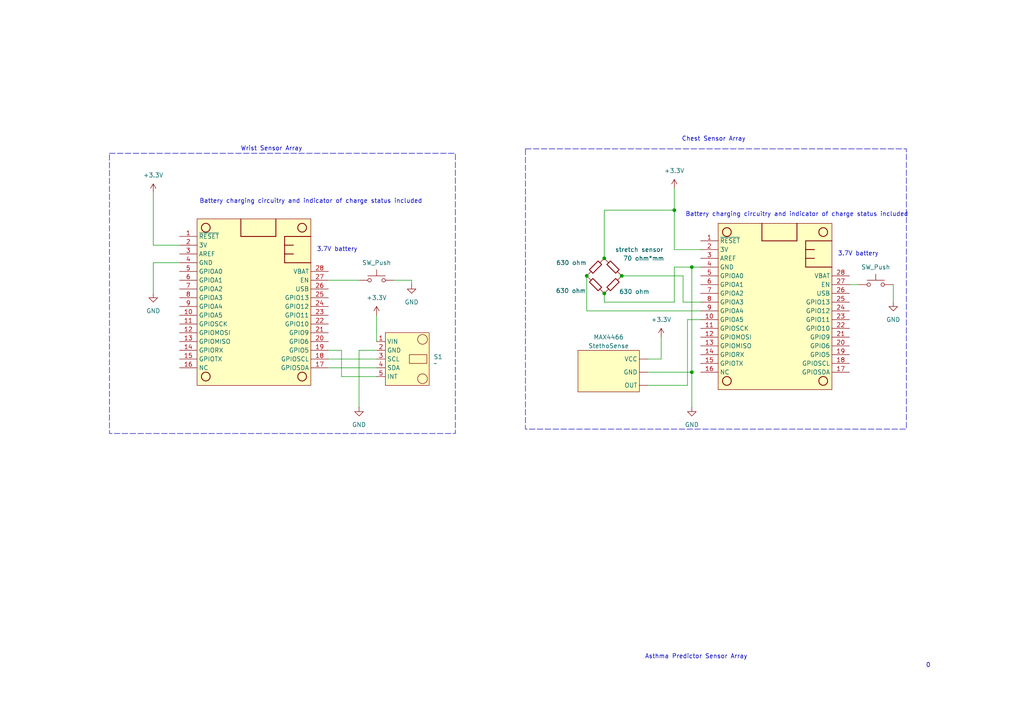
<source format=kicad_sch>
(kicad_sch (version 20250114) (generator "eeschema") (generator_version "9.0")
  (paper "A4")
  (lib_symbols
    (symbol "AudioAmplifier_Custom:MAX4466_devboard"
      (property "Reference" "MAX4466" (at 0 10.16 0))
      (property "Value" "~" (at 0 7.62 0))
      (symbol "MAX4466_devboard_1_1"
        (rectangle (start -8.89 6.35) (end 8.89 -5.715) (fill (type background)))
        (pin power_in line (at 11.43 3.81 180) (length 2.54) (name "VCC") (number ""))
        (pin passive line (at 11.43 0 180) (length 2.54) (name "GND") (number ""))
        (pin output line (at 11.43 -3.81 180) (length 2.54) (name "OUT") (number ""))
      )
    )
    (symbol "Device:R_45deg" (pin_numbers (hide yes)) (pin_names (offset 0))
      (property "Reference" "R" (at 5.08 2.54 0))
      (property "Value" "R_45deg" (at 8.255 0.635 0))
      (symbol "R_45deg_0_1"
        (polyline (pts (xy -2.54 2.54) (xy -1.27 1.27)))
        (polyline (pts (xy 1.27 -1.27) (xy 2.54 -2.54)))
      )
      (symbol "R_45deg_1_1"
        (polyline (pts (xy -1.778 0.762) (xy 0.762 -1.778) (xy 1.778 -0.762) (xy -0.762 1.778) (xy -1.778 0.762)) (stroke (width 0.254)))
        (pin passive line (at -2.54 2.54 0) (length 0) (name "~") (number "1"))
        (pin passive line (at 2.54 -2.54 180) (length 0) (name "~") (number "2"))
      )
    )
    (symbol "MCU_Module_Custom:Adafruit_Feather_nRF52840_Sense"
      (symbol "Adafruit_Feather_nRF52840_Sense_1_0"
        (circle (center -13.97 21.59) (radius 1.27) (stroke (width 0.254)))
        (circle (center -13.97 -21.59) (radius 1.27) (stroke (width 0.254)))
        (polyline (pts (xy -3.81 19.05) (xy -3.81 24.13)) (stroke (width 0.254)))
        (polyline (pts (xy 6.35 24.13) (xy 6.35 19.05)) (stroke (width 0.254)))
        (polyline (pts (xy 6.35 19.05) (xy -3.81 19.05)) (stroke (width 0.254)))
        (polyline (pts (xy 8.89 19.05) (xy 8.89 16.51)) (stroke (width 0.254)))
        (polyline (pts (xy 8.89 16.51) (xy 8.89 13.97)) (stroke (width 0.254)))
        (polyline (pts (xy 8.89 13.97) (xy 8.89 11.43)) (stroke (width 0.254)))
        (polyline (pts (xy 8.89 11.43) (xy 16.51 11.43)) (stroke (width 0.254)))
        (polyline (pts (xy 11.43 16.51) (xy 8.89 16.51)) (stroke (width 0.254)))
        (polyline (pts (xy 11.43 13.97) (xy 8.89 13.97)) (stroke (width 0.254)))
        (circle (center 13.97 21.59) (radius 1.27) (stroke (width 0.254)))
        (circle (center 13.97 -21.59) (radius 1.27) (stroke (width 0.254)))
        (polyline (pts (xy 16.51 19.05) (xy 8.89 19.05)) (stroke (width 0.254)))
        (pin input line (at -21.59 19.05 0) (length 5.08) (name "~{RESET}") (number "1"))
        (pin power_in line (at -21.59 16.51 0) (length 5.08) (name "3V") (number "2"))
        (pin passive line (at -21.59 13.97 0) (length 5.08) (name "AREF") (number "3"))
        (pin power_in line (at -21.59 11.43 0) (length 5.08) (name "GND") (number "4"))
        (pin bidirectional line (at -21.59 8.89 0) (length 5.08) (name "GPIOA0") (number "5"))
        (pin bidirectional line (at -21.59 6.35 0) (length 5.08) (name "GPIOA1") (number "6"))
        (pin bidirectional line (at -21.59 3.81 0) (length 5.08) (name "GPIOA2") (number "7"))
        (pin bidirectional line (at -21.59 1.27 0) (length 5.08) (name "GPIOA3") (number "8"))
        (pin bidirectional line (at -21.59 -1.27 0) (length 5.08) (name "GPIOA4") (number "9"))
        (pin bidirectional line (at -21.59 -3.81 0) (length 5.08) (name "GPIOA5") (number "10"))
        (pin bidirectional line (at -21.59 -6.35 0) (length 5.08) (name "GPIOSCK") (number "11"))
        (pin bidirectional line (at -21.59 -8.89 0) (length 5.08) (name "GPIOMOSI") (number "12"))
        (pin bidirectional line (at -21.59 -11.43 0) (length 5.08) (name "GPIOMISO") (number "13"))
        (pin bidirectional line (at -21.59 -13.97 0) (length 5.08) (name "GPIORX") (number "14"))
        (pin bidirectional line (at -21.59 -16.51 0) (length 5.08) (name "GPIOTX") (number "15"))
        (pin passive line (at -21.59 -19.05 0) (length 5.08) (name "NC") (number "16"))
        (pin power_in line (at 21.59 8.89 180) (length 5.08) (name "VBAT") (number "28"))
        (pin passive line (at 21.59 6.35 180) (length 5.08) (name "EN") (number "27"))
        (pin power_in line (at 21.59 3.81 180) (length 5.08) (name "USB") (number "26"))
        (pin bidirectional line (at 21.59 1.27 180) (length 5.08) (name "GPIO13") (number "25"))
        (pin bidirectional line (at 21.59 -1.27 180) (length 5.08) (name "GPIO12") (number "24"))
        (pin bidirectional line (at 21.59 -3.81 180) (length 5.08) (name "GPIO11") (number "23"))
        (pin bidirectional line (at 21.59 -6.35 180) (length 5.08) (name "GPIO10") (number "22"))
        (pin bidirectional line (at 21.59 -8.89 180) (length 5.08) (name "GPIO9") (number "21"))
        (pin bidirectional line (at 21.59 -11.43 180) (length 5.08) (name "GPIO6") (number "20"))
        (pin bidirectional line (at 21.59 -13.97 180) (length 5.08) (name "GPIO5") (number "19"))
        (pin bidirectional line (at 21.59 -16.51 180) (length 5.08) (name "GPIOSCL") (number "18"))
        (pin bidirectional line (at 21.59 -19.05 180) (length 5.08) (name "GPIOSDA") (number "17"))
      )
      (symbol "Adafruit_Feather_nRF52840_Sense_1_1"
        (rectangle (start -16.51 24.13) (end 16.51 -24.13) (fill (type background)))
      )
    )
    (symbol "Sensor_Custom:GY-MAX30102"
      (property "Reference" "S" (at 5.842 20.32 0))
      (symbol "GY-MAX30102_1_1"
        (rectangle (start 0 15.24) (end 12.7 0) (fill (type background)))
        (rectangle (start 6.985 8.89) (end 12.065 6.35))
        (circle (center 10.795 13.335) (radius 1.4199))
        (circle (center 10.795 1.905) (radius 1.4199))
        (pin power_in line (at -2.54 12.7 0) (length 2.54) (name "VIN") (number "1"))
        (pin passive line (at -2.54 10.16 0) (length 2.54) (name "GND") (number "2"))
        (pin passive line (at -2.54 7.62 0) (length 2.54) (name "SCL") (number "3"))
        (pin passive line (at -2.54 5.08 0) (length 2.54) (name "SDA") (number "4"))
        (pin passive line (at -2.54 2.54 0) (length 2.54) (name "INT") (number "5"))
      )
    )
    (symbol "Switch:SW_Push" (pin_numbers (hide yes)) (pin_names (offset 1.016) (hide yes))
      (property "Reference" "SW" (at 1.27 2.54 0))
      (property "Value" "SW_Push" (at 0 -1.524 0))
      (symbol "SW_Push_0_1"
        (circle (center -2.032 0) (radius 0.508))
        (polyline (pts (xy 0 1.27) (xy 0 3.048)))
        (circle (center 2.032 0) (radius 0.508))
        (polyline (pts (xy 2.54 1.27) (xy -2.54 1.27)))
        (pin passive line (at -5.08 0 0) (length 2.54) (name "1") (number "1"))
        (pin passive line (at 5.08 0 180) (length 2.54) (name "2") (number "2"))
      )
    )
    (symbol "power:+3.3V" (power) (pin_numbers (hide yes)) (pin_names (offset 0) (hide yes))
      (property "Value" "+3.3V" (at 0 3.556 0))
      (symbol "+3.3V_0_1"
        (polyline (pts (xy -0.762 1.27) (xy 0 2.54)))
        (polyline (pts (xy 0 2.54) (xy 0.762 1.27)))
        (polyline (pts (xy 0 0) (xy 0 2.54)))
      )
      (symbol "+3.3V_1_1"
        (pin power_in line (at 0 0 90) (length 0) (name "~") (number "1"))
      )
    )
    (symbol "power:GND" (power) (pin_numbers (hide yes)) (pin_names (offset 0) (hide yes))
      (property "Value" "GND" (at 0 -3.81 0))
      (symbol "GND_0_1"
        (polyline (pts (xy 0 0) (xy 0 -1.27) (xy 1.27 -1.27) (xy 0 -2.54) (xy -1.27 -1.27) (xy 0 -1.27)))
      )
      (symbol "GND_1_1"
        (pin power_in line (at 0 0 270) (length 0) (name "~") (number "1"))
      )
    )
  )
  (rectangle (start 152.4 43.18) (end 262.89 124.46) (stroke (width 0) (type dash)))
  (rectangle (start 31.75 44.45) (end 132.08 125.73) (stroke (width 0) (type dash)))
  (text "3.7V battery" (at 248.92 73.66 0) (effects (font (size 1.27 1.27))))
  (text "Battery charging circuitry and indicator of charge status included" (at 231.14 62.23 0) (effects (font (size 1.27 1.27))))
  (text "3.7V battery" (at 97.79 72.39 0) (effects (font (size 1.27 1.27))))
  (text "Chest Sensor Array" (at 207.01 40.386 0) (effects (font (size 1.27 1.27))))
  (text "Asthma Predictor Sensor Array" (at 201.93 190.5 0) (effects (font (size 1.27 1.27))))
  (text "Battery charging circuitry and indicator of charge status included" (at 90.17 58.42 0) (effects (font (size 1.27 1.27))))
  (text "Wrist Sensor Array" (at 78.74 43.18 0) (effects (font (size 1.27 1.27))))
  (text "0" (at 269.24 193.04 0) (effects (font (size 1.27 1.27))))
  (junction (at 180.34 80.01))
  (junction (at 170.18 80.01))
  (junction (at 195.58 60.96))
  (junction (at 175.26 85.09))
  (junction (at 175.26 74.93))
  (junction (at 200.66 107.95))
  (junction (at 200.66 77.47))
  (wire (pts (xy 246.38 82.55) (xy 248.92 82.55)))
  (wire (pts (xy 44.45 76.2) (xy 44.45 85.09)))
  (wire (pts (xy 195.58 54.61) (xy 195.58 60.96)))
  (wire (pts (xy 170.18 80.01) (xy 170.18 90.17)))
  (wire (pts (xy 95.25 106.68) (xy 109.22 106.68)))
  (wire (pts (xy 203.2 72.39) (xy 195.58 72.39)))
  (wire (pts (xy 198.12 80.01) (xy 198.12 87.63)))
  (wire (pts (xy 52.07 76.2) (xy 44.45 76.2)))
  (wire (pts (xy 199.39 92.71) (xy 203.2 92.71)))
  (wire (pts (xy 195.58 87.63) (xy 195.58 77.47)))
  (wire (pts (xy 119.38 81.28) (xy 119.38 82.55)))
  (wire (pts (xy 195.58 60.96) (xy 175.26 60.96)))
  (wire (pts (xy 191.77 97.79) (xy 191.77 104.14)))
  (wire (pts (xy 175.26 87.63) (xy 195.58 87.63)))
  (wire (pts (xy 104.14 101.6) (xy 109.22 101.6)))
  (wire (pts (xy 104.14 118.11) (xy 104.14 101.6)))
  (wire (pts (xy 187.96 111.76) (xy 199.39 111.76)))
  (wire (pts (xy 195.58 72.39) (xy 195.58 60.96)))
  (wire (pts (xy 200.66 77.47) (xy 203.2 77.47)))
  (wire (pts (xy 200.66 107.95) (xy 200.66 118.11)))
  (wire (pts (xy 99.06 109.22) (xy 109.22 109.22)))
  (wire (pts (xy 95.25 104.14) (xy 109.22 104.14)))
  (wire (pts (xy 259.08 82.55) (xy 259.08 87.63)))
  (wire (pts (xy 99.06 101.6) (xy 99.06 109.22)))
  (wire (pts (xy 44.45 55.88) (xy 44.45 71.12)))
  (wire (pts (xy 200.66 77.47) (xy 200.66 107.95)))
  (wire (pts (xy 198.12 87.63) (xy 203.2 87.63)))
  (wire (pts (xy 95.25 101.6) (xy 99.06 101.6)))
  (wire (pts (xy 109.22 91.44) (xy 109.22 99.06)))
  (wire (pts (xy 175.26 85.09) (xy 175.26 87.63)))
  (wire (pts (xy 187.96 107.95) (xy 200.66 107.95)))
  (wire (pts (xy 199.39 111.76) (xy 199.39 92.71)))
  (wire (pts (xy 170.18 90.17) (xy 203.2 90.17)))
  (wire (pts (xy 195.58 77.47) (xy 200.66 77.47)))
  (wire (pts (xy 95.25 81.28) (xy 104.14 81.28)))
  (wire (pts (xy 191.77 104.14) (xy 187.96 104.14)))
  (wire (pts (xy 114.3 81.28) (xy 119.38 81.28)))
  (wire (pts (xy 180.34 80.01) (xy 198.12 80.01)))
  (wire (pts (xy 44.45 71.12) (xy 52.07 71.12)))
  (wire (pts (xy 175.26 60.96) (xy 175.26 74.93)))
  (symbol (lib_id "power:GND") (at 104.14 118.11 0) (unit 1)
    (property "Reference" "#PWR04" (effects (hide yes)))
    (property "Value" "GND" (at 104.14 123.19 0))
    (property "Description" "Power symbol creates a global label with name \"GND\" , ground" (effects (hide yes)))
  )
  (symbol (lib_id "Device:R_45deg") (at 172.72 82.55 180) (unit 1)
    (property "Reference" "R3" (effects (hide yes)))
    (property "Value" "630 ohm" (at 165.608 84.328 0))
    (property "Description" "Resistor, rotated by 45°" (effects (hide yes)))
  )
  (symbol (lib_id "Switch:SW_Push") (at 109.22 81.28 0) (unit 1)
    (property "Reference" "SW1" (effects (hide yes)))
    (property "Value" "SW_Push" (at 109.22 76.2 0))
    (property "Description" "Push button switch, generic, two pins" (effects (hide yes)))
  )
  (symbol (lib_id "power:+3.3V") (at 109.22 91.44 0) (unit 1)
    (property "Reference" "#PWR02" (effects (hide yes)))
    (property "Value" "+3.3V" (at 109.22 86.36 0))
    (property "Description" "Power symbol creates a global label with name \"+3.3V\"" (effects (hide yes)))
  )
  (symbol (lib_id "AudioAmplifier_Custom:MAX4466_devboard") (at 176.53 107.95 0) (unit 1)
    (property "Reference" "MAX4466" (at 176.53 97.79 0))
    (property "Value" "StethoSense" (at 176.53 100.33 0))
  )
  (symbol (lib_id "power:GND") (at 44.45 85.09 0) (unit 1)
    (property "Reference" "#PWR03" (effects (hide yes)))
    (property "Value" "GND" (at 44.45 90.17 0))
    (property "Description" "Power symbol creates a global label with name \"GND\" , ground" (effects (hide yes)))
  )
  (symbol (lib_id "Device:R_45deg") (at 177.8 77.47 0) (unit 1)
    (property "Reference" "stretch sensor" (at 185.42 72.39 0))
    (property "Value" "70 ohm*mm" (at 186.69 74.93 0))
    (property "Description" "Resistor, rotated by 45°" (effects (hide yes)))
  )
  (symbol (lib_id "Device:R_45deg") (at 177.8 82.55 270) (unit 1)
    (property "Reference" "R2" (effects (hide yes)))
    (property "Value" "630 ohm" (at 179.578 84.582 90) (effects (justify left)))
    (property "Description" "Resistor, rotated by 45°" (effects (hide yes)))
  )
  (symbol (lib_id "MCU_Module_Custom:Adafruit_Feather_nRF52840_Sense") (at 224.79 88.9 0) (unit 1)
    (property "Reference" "MS2" (effects (hide yes)))
    (property "Value" "Adafruit_Feather_nRF52840_Sense" (effects (hide yes)))
    (property "Footprint" "Adafruit Feather nRF52840 Sense:FEATHERWING_NODIM" (effects (hide yes)))
    (property "Datasheet" "https://cdn-learn.adafruit.com/downloads/pdf/adafruit-feather-sense.pdf" (effects (hide yes)))
  )
  (symbol (lib_id "power:GND") (at 200.66 118.11 0) (unit 1)
    (property "Reference" "#PWR06" (effects (hide yes)))
    (property "Value" "GND" (at 200.66 123.19 0))
    (property "Description" "Power symbol creates a global label with name \"GND\" , ground" (effects (hide yes)))
  )
  (symbol (lib_id "power:GND") (at 259.08 87.63 0) (unit 1)
    (property "Reference" "#PWR09" (effects (hide yes)))
    (property "Value" "GND" (at 259.08 92.71 0))
    (property "Description" "Power symbol creates a global label with name \"GND\" , ground" (effects (hide yes)))
  )
  (symbol (lib_id "Device:R_45deg") (at 172.72 77.47 90) (unit 1)
    (property "Reference" "R1" (effects (hide yes)))
    (property "Value" "630 ohm" (at 161.29 76.2 90) (effects (justify right)))
    (property "Description" "Resistor, rotated by 45°" (effects (hide yes)))
  )
  (symbol (lib_id "Switch:SW_Push") (at 254 82.55 0) (unit 1)
    (property "Reference" "SW2" (effects (hide yes)))
    (property "Value" "SW_Push" (at 254 77.47 0))
    (property "Description" "Push button switch, generic, two pins" (effects (hide yes)))
  )
  (symbol (lib_id "power:+3.3V") (at 191.77 97.79 0) (unit 1)
    (property "Reference" "#PWR07" (effects (hide yes)))
    (property "Value" "+3.3V" (at 191.77 92.71 0))
    (property "Description" "Power symbol creates a global label with name \"+3.3V\"" (effects (hide yes)))
  )
  (symbol (lib_id "power:+3.3V") (at 44.45 55.88 0) (unit 1)
    (property "Reference" "#PWR01" (effects (hide yes)))
    (property "Value" "+3.3V" (at 44.45 50.8 0))
    (property "Description" "Power symbol creates a global label with name \"+3.3V\"" (effects (hide yes)))
  )
  (symbol (lib_id "Sensor_Custom:GY-MAX30102") (at 111.76 111.76 0) (unit 1)
    (property "Reference" "S1" (at 125.73 103.5049 0) (effects (justify left)))
    (property "Value" "~" (at 125.73 105.41 0) (effects (justify left)))
    (property "Description" "Breakout Board with the MAX30102 Heart Sensor Chip" (effects (hide yes)))
  )
  (symbol (lib_id "power:+3.3V") (at 195.58 54.61 0) (unit 1)
    (property "Reference" "#PWR05" (effects (hide yes)))
    (property "Value" "+3.3V" (at 195.58 49.53 0))
    (property "Description" "Power symbol creates a global label with name \"+3.3V\"" (effects (hide yes)))
  )
  (symbol (lib_id "power:GND") (at 119.38 82.55 0) (unit 1)
    (property "Reference" "#PWR08" (effects (hide yes)))
    (property "Value" "GND" (at 119.38 87.63 0))
    (property "Description" "Power symbol creates a global label with name \"GND\" , ground" (effects (hide yes)))
  )
  (symbol (lib_id "MCU_Module_Custom:Adafruit_Feather_nRF52840_Sense") (at 73.66 87.63 0) (unit 1)
    (property "Reference" "MS1" (effects (hide yes)))
    (property "Value" "Adafruit_Feather_nRF52840_Sense" (effects (hide yes)))
    (property "Footprint" "Adafruit Feather nRF52840 Sense:FEATHERWING_NODIM" (effects (hide yes)))
    (property "Datasheet" "https://cdn-learn.adafruit.com/downloads/pdf/adafruit-feather-sense.pdf" (effects (hide yes)))
  )
)
</source>
